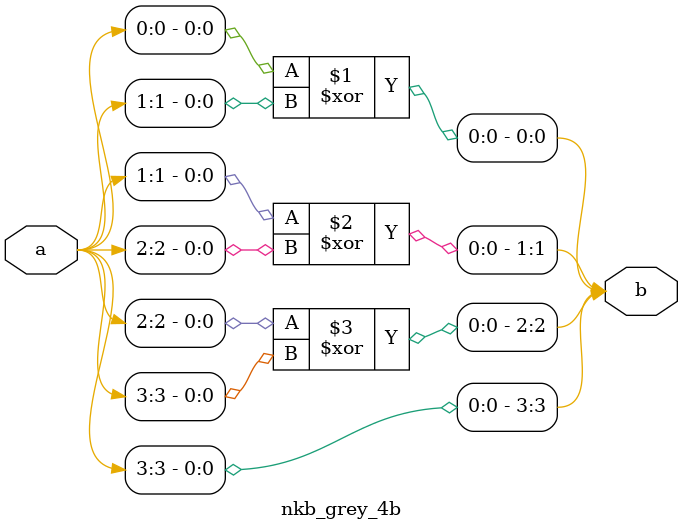
<source format=v>
`timescale 1ns / 1ps


module nkb_grey_4b(
    input [3:0] a,
    output [3:0] b
    );
   assign b[0]=a[0]^a[1];
   assign b[1]=a[1]^a[2];
   assign b[2]=a[2]^a[3];
   assign b[3]=a[3];
endmodule

</source>
